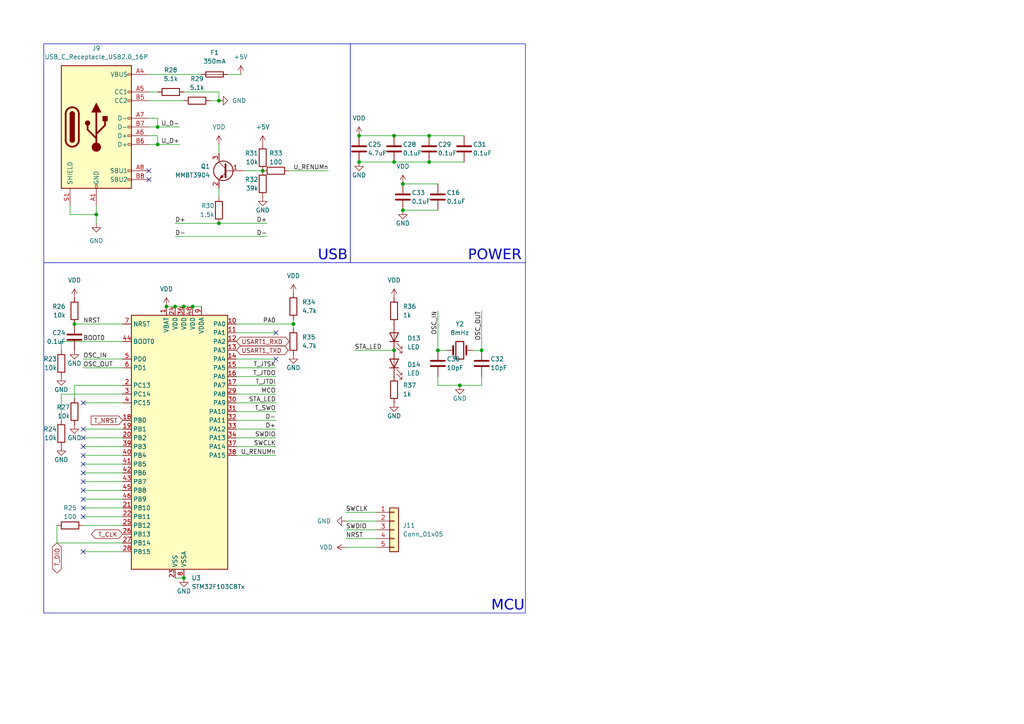
<source format=kicad_sch>
(kicad_sch (version 20231120) (generator "eeschema") (generator_version "8.0")
  (paper "A4")
  (title_block (title "ST-LINK") (date "2024-07-11") (company "yukuyuku4123"))
  (lib_symbols
    (symbol "Connector:USB_C_Receptacle_USB2.0_16P" (pin_names (offset 1.016))
      (property "Reference" "J" (at 0 22.225 0))
      (property "Value" "USB_C_Receptacle_USB2.0_16P" (at 0 19.685 0))
      (symbol "USB_C_Receptacle_USB2.0_16P_0_0"
        (rectangle (start -0.254 -17.78) (end 0.254 -16.764))
        (rectangle (start 10.16 -14.986) (end 9.144 -15.494))
        (rectangle (start 10.16 -12.446) (end 9.144 -12.954))
        (rectangle (start 10.16 -4.826) (end 9.144 -5.334))
        (rectangle (start 10.16 -2.286) (end 9.144 -2.794))
        (rectangle (start 10.16 0.254) (end 9.144 -0.254))
        (rectangle (start 10.16 2.794) (end 9.144 2.286))
        (rectangle (start 10.16 7.874) (end 9.144 7.366))
        (rectangle (start 10.16 10.414) (end 9.144 9.906))
        (rectangle (start 10.16 15.494) (end 9.144 14.986))
      )
      (symbol "USB_C_Receptacle_USB2.0_16P_0_1"
        (rectangle (start -10.16 17.78) (end 10.16 -17.78) (stroke (width 0.254)) (fill (type background)))
        (arc (start -8.89 -3.81) (mid -6.985 -5.7067) (end -5.08 -3.81) (stroke (width 0.508)))
        (arc (start -7.62 -3.81) (mid -6.985 -4.4423) (end -6.35 -3.81) (stroke (width 0.254)))
        (arc (start -7.62 -3.81) (mid -6.985 -4.4423) (end -6.35 -3.81) (stroke (width 0.254)) (fill (type outline)))
        (rectangle (start -7.62 -3.81) (end -6.35 3.81) (stroke (width 0.254)) (fill (type outline)))
        (arc (start -6.35 3.81) (mid -6.985 4.4423) (end -7.62 3.81) (stroke (width 0.254)))
        (arc (start -6.35 3.81) (mid -6.985 4.4423) (end -7.62 3.81) (stroke (width 0.254)) (fill (type outline)))
        (arc (start -5.08 3.81) (mid -6.985 5.7067) (end -8.89 3.81) (stroke (width 0.508)))
        (circle (center -2.54 1.143) (radius 0.635) (stroke (width 0.254)) (fill (type outline)))
        (circle (center 0 -5.842) (radius 1.27) (fill (type outline)))
        (polyline (pts (xy -8.89 -3.81) (xy -8.89 3.81)) (stroke (width 0.508)))
        (polyline (pts (xy -5.08 3.81) (xy -5.08 -3.81)) (stroke (width 0.508)))
        (polyline (pts (xy 0 -5.842) (xy 0 4.318)) (stroke (width 0.508)))
        (polyline (pts (xy 0 -3.302) (xy -2.54 -0.762) (xy -2.54 0.508)) (stroke (width 0.508)))
        (polyline (pts (xy 0 -2.032) (xy 2.54 0.508) (xy 2.54 1.778)) (stroke (width 0.508)))
        (polyline (pts (xy -1.27 4.318) (xy 0 6.858) (xy 1.27 4.318) (xy -1.27 4.318)) (stroke (width 0.254)) (fill (type outline)))
        (rectangle (start 1.905 1.778) (end 3.175 3.048) (stroke (width 0.254)) (fill (type outline)))
      )
      (symbol "USB_C_Receptacle_USB2.0_16P_1_1"
        (pin passive line (at 0 -22.86 90) (length 5.08) (name "GND") (number "A1"))
        (pin passive line (at 0 -22.86 90) (length 5.08) hide (name "GND") (number "A12"))
        (pin passive line (at 15.24 15.24 180) (length 5.08) (name "VBUS") (number "A4"))
        (pin bidirectional line (at 15.24 10.16 180) (length 5.08) (name "CC1") (number "A5"))
        (pin bidirectional line (at 15.24 -2.54 180) (length 5.08) (name "D+") (number "A6"))
        (pin bidirectional line (at 15.24 2.54 180) (length 5.08) (name "D-") (number "A7"))
        (pin bidirectional line (at 15.24 -12.7 180) (length 5.08) (name "SBU1") (number "A8"))
        (pin passive line (at 15.24 15.24 180) (length 5.08) hide (name "VBUS") (number "A9"))
        (pin passive line (at 0 -22.86 90) (length 5.08) hide (name "GND") (number "B1"))
        (pin passive line (at 0 -22.86 90) (length 5.08) hide (name "GND") (number "B12"))
        (pin passive line (at 15.24 15.24 180) (length 5.08) hide (name "VBUS") (number "B4"))
        (pin bidirectional line (at 15.24 7.62 180) (length 5.08) (name "CC2") (number "B5"))
        (pin bidirectional line (at 15.24 -5.08 180) (length 5.08) (name "D+") (number "B6"))
        (pin bidirectional line (at 15.24 0 180) (length 5.08) (name "D-") (number "B7"))
        (pin bidirectional line (at 15.24 -15.24 180) (length 5.08) (name "SBU2") (number "B8"))
        (pin passive line (at 15.24 15.24 180) (length 5.08) hide (name "VBUS") (number "B9"))
        (pin passive line (at -7.62 -22.86 90) (length 5.08) (name "SHIELD") (number "S1"))
      )
    )
    (symbol "Connector_Generic:Conn_01x05" (pin_names (offset 1.016) hide)
      (property "Reference" "J" (at 0 7.62 0))
      (property "Value" "Conn_01x05" (at 0 -7.62 0))
      (symbol "Conn_01x05_1_1"
        (rectangle (start -1.27 -4.953) (end 0 -5.207) (stroke (width 0.1524)))
        (rectangle (start -1.27 -2.413) (end 0 -2.667) (stroke (width 0.1524)))
        (rectangle (start -1.27 0.127) (end 0 -0.127) (stroke (width 0.1524)))
        (rectangle (start -1.27 2.667) (end 0 2.413) (stroke (width 0.1524)))
        (rectangle (start -1.27 5.207) (end 0 4.953) (stroke (width 0.1524)))
        (rectangle (start -1.27 6.35) (end 1.27 -6.35) (stroke (width 0.254)) (fill (type background)))
        (pin passive line (at -5.08 5.08 0) (length 3.81) (name "Pin_1") (number "1"))
        (pin passive line (at -5.08 2.54 0) (length 3.81) (name "Pin_2") (number "2"))
        (pin passive line (at -5.08 0 0) (length 3.81) (name "Pin_3") (number "3"))
        (pin passive line (at -5.08 -2.54 0) (length 3.81) (name "Pin_4") (number "4"))
        (pin passive line (at -5.08 -5.08 0) (length 3.81) (name "Pin_5") (number "5"))
      )
    )
    (symbol "Device:C" (pin_numbers hide) (pin_names (offset 0.254))
      (property "Reference" "C" (at 0.635 2.54 0))
      (property "Value" "C" (at 0.635 -2.54 0))
      (symbol "C_0_1"
        (polyline (pts (xy -2.032 -0.762) (xy 2.032 -0.762)) (stroke (width 0.508)))
        (polyline (pts (xy -2.032 0.762) (xy 2.032 0.762)) (stroke (width 0.508)))
      )
      (symbol "C_1_1"
        (pin passive line (at 0 3.81 270) (length 2.794) (name "~") (number "1"))
        (pin passive line (at 0 -3.81 90) (length 2.794) (name "~") (number "2"))
      )
    )
    (symbol "Device:Crystal" (pin_numbers hide) (pin_names (offset 1.016) hide)
      (property "Reference" "Y" (at 0 3.81 0))
      (property "Value" "Crystal" (at 0 -3.81 0))
      (symbol "Crystal_0_1"
        (rectangle (start -1.143 2.54) (end 1.143 -2.54) (stroke (width 0.3048)))
        (polyline (pts (xy -2.54 0) (xy -1.905 0)))
        (polyline (pts (xy -1.905 -1.27) (xy -1.905 1.27)) (stroke (width 0.508)))
        (polyline (pts (xy 1.905 -1.27) (xy 1.905 1.27)) (stroke (width 0.508)))
        (polyline (pts (xy 2.54 0) (xy 1.905 0)))
      )
      (symbol "Crystal_1_1"
        (pin passive line (at -3.81 0 0) (length 1.27) (name "1") (number "1"))
        (pin passive line (at 3.81 0 180) (length 1.27) (name "2") (number "2"))
      )
    )
    (symbol "Device:Fuse" (pin_numbers hide) (pin_names (offset 0))
      (property "Reference" "F" (at 2.032 0 90))
      (property "Value" "Fuse" (at -1.905 0 90))
      (symbol "Fuse_0_1"
        (rectangle (start -0.762 -2.54) (end 0.762 2.54) (stroke (width 0.254)))
        (polyline (pts (xy 0 2.54) (xy 0 -2.54)))
      )
      (symbol "Fuse_1_1"
        (pin passive line (at 0 3.81 270) (length 1.27) (name "~") (number "1"))
        (pin passive line (at 0 -3.81 90) (length 1.27) (name "~") (number "2"))
      )
    )
    (symbol "Device:LED" (pin_numbers hide) (pin_names (offset 1.016) hide)
      (property "Reference" "D" (at 0 2.54 0))
      (property "Value" "LED" (at 0 -2.54 0))
      (symbol "LED_0_1"
        (polyline (pts (xy -1.27 -1.27) (xy -1.27 1.27)) (stroke (width 0.254)))
        (polyline (pts (xy -1.27 0) (xy 1.27 0)))
        (polyline (pts (xy 1.27 -1.27) (xy 1.27 1.27) (xy -1.27 0) (xy 1.27 -1.27)) (stroke (width 0.254)))
        (polyline (pts (xy -3.048 -0.762) (xy -4.572 -2.286) (xy -3.81 -2.286) (xy -4.572 -2.286) (xy -4.572 -1.524)))
        (polyline (pts (xy -1.778 -0.762) (xy -3.302 -2.286) (xy -2.54 -2.286) (xy -3.302 -2.286) (xy -3.302 -1.524)))
      )
      (symbol "LED_1_1"
        (pin passive line (at -3.81 0 0) (length 2.54) (name "K") (number "1"))
        (pin passive line (at 3.81 0 180) (length 2.54) (name "A") (number "2"))
      )
    )
    (symbol "Device:R" (pin_numbers hide) (pin_names (offset 0))
      (property "Reference" "R" (at 2.032 0 90))
      (property "Value" "R" (at 0 0 90))
      (symbol "R_0_1"
        (rectangle (start -1.016 -2.54) (end 1.016 2.54) (stroke (width 0.254)))
      )
      (symbol "R_1_1"
        (pin passive line (at 0 3.81 270) (length 1.27) (name "~") (number "1"))
        (pin passive line (at 0 -3.81 90) (length 1.27) (name "~") (number "2"))
      )
    )
    (symbol "MCU_ST_STM32F1:STM32F103CBTx"
      (property "Reference" "U" (at -12.7 39.37 0))
      (property "Value" "STM32F103CBTx" (at 10.16 39.37 0))
      (symbol "STM32F103CBTx_0_1"
        (rectangle (start -12.7 -35.56) (end 15.24 38.1) (stroke (width 0.254)) (fill (type background)))
      )
      (symbol "STM32F103CBTx_1_1"
        (pin power_in line (at -2.54 40.64 270) (length 2.54) (name "VBAT") (number "1"))
        (pin bidirectional line (at 17.78 35.56 180) (length 2.54) (name "PA0") (number "10"))
        (pin bidirectional line (at 17.78 33.02 180) (length 2.54) (name "PA1") (number "11"))
        (pin bidirectional line (at 17.78 30.48 180) (length 2.54) (name "PA2") (number "12"))
        (pin bidirectional line (at 17.78 27.94 180) (length 2.54) (name "PA3") (number "13"))
        (pin bidirectional line (at 17.78 25.4 180) (length 2.54) (name "PA4") (number "14"))
        (pin bidirectional line (at 17.78 22.86 180) (length 2.54) (name "PA5") (number "15"))
        (pin bidirectional line (at 17.78 20.32 180) (length 2.54) (name "PA6") (number "16"))
        (pin bidirectional line (at 17.78 17.78 180) (length 2.54) (name "PA7") (number "17"))
        (pin bidirectional line (at -15.24 7.62 0) (length 2.54) (name "PB0") (number "18"))
        (pin bidirectional line (at -15.24 5.08 0) (length 2.54) (name "PB1") (number "19"))
        (pin bidirectional line (at -15.24 17.78 0) (length 2.54) (name "PC13") (number "2"))
        (pin bidirectional line (at -15.24 2.54 0) (length 2.54) (name "PB2") (number "20"))
        (pin bidirectional line (at -15.24 -17.78 0) (length 2.54) (name "PB10") (number "21"))
        (pin bidirectional line (at -15.24 -20.32 0) (length 2.54) (name "PB11") (number "22"))
        (pin power_in line (at 0 -38.1 90) (length 2.54) (name "VSS") (number "23"))
        (pin power_in line (at 0 40.64 270) (length 2.54) (name "VDD") (number "24"))
        (pin bidirectional line (at -15.24 -22.86 0) (length 2.54) (name "PB12") (number "25"))
        (pin bidirectional line (at -15.24 -25.4 0) (length 2.54) (name "PB13") (number "26"))
        (pin bidirectional line (at -15.24 -27.94 0) (length 2.54) (name "PB14") (number "27"))
        (pin bidirectional line (at -15.24 -30.48 0) (length 2.54) (name "PB15") (number "28"))
        (pin bidirectional line (at 17.78 15.24 180) (length 2.54) (name "PA8") (number "29"))
        (pin bidirectional line (at -15.24 15.24 0) (length 2.54) (name "PC14") (number "3"))
        (pin bidirectional line (at 17.78 12.7 180) (length 2.54) (name "PA9") (number "30"))
        (pin bidirectional line (at 17.78 10.16 180) (length 2.54) (name "PA10") (number "31"))
        (pin bidirectional line (at 17.78 7.62 180) (length 2.54) (name "PA11") (number "32"))
        (pin bidirectional line (at 17.78 5.08 180) (length 2.54) (name "PA12") (number "33"))
        (pin bidirectional line (at 17.78 2.54 180) (length 2.54) (name "PA13") (number "34"))
        (pin passive line (at 0 -38.1 90) (length 2.54) hide (name "VSS") (number "35"))
        (pin power_in line (at 2.54 40.64 270) (length 2.54) (name "VDD") (number "36"))
        (pin bidirectional line (at 17.78 0 180) (length 2.54) (name "PA14") (number "37"))
        (pin bidirectional line (at 17.78 -2.54 180) (length 2.54) (name "PA15") (number "38"))
        (pin bidirectional line (at -15.24 0 0) (length 2.54) (name "PB3") (number "39"))
        (pin bidirectional line (at -15.24 12.7 0) (length 2.54) (name "PC15") (number "4"))
        (pin bidirectional line (at -15.24 -2.54 0) (length 2.54) (name "PB4") (number "40"))
        (pin bidirectional line (at -15.24 -5.08 0) (length 2.54) (name "PB5") (number "41"))
        (pin bidirectional line (at -15.24 -7.62 0) (length 2.54) (name "PB6") (number "42"))
        (pin bidirectional line (at -15.24 -10.16 0) (length 2.54) (name "PB7") (number "43"))
        (pin input line (at -15.24 30.48 0) (length 2.54) (name "BOOT0") (number "44"))
        (pin bidirectional line (at -15.24 -12.7 0) (length 2.54) (name "PB8") (number "45"))
        (pin bidirectional line (at -15.24 -15.24 0) (length 2.54) (name "PB9") (number "46"))
        (pin passive line (at 0 -38.1 90) (length 2.54) hide (name "VSS") (number "47"))
        (pin power_in line (at 5.08 40.64 270) (length 2.54) (name "VDD") (number "48"))
        (pin bidirectional line (at -15.24 25.4 0) (length 2.54) (name "PD0") (number "5"))
        (pin bidirectional line (at -15.24 22.86 0) (length 2.54) (name "PD1") (number "6"))
        (pin input line (at -15.24 35.56 0) (length 2.54) (name "NRST") (number "7"))
        (pin power_in line (at 2.54 -38.1 90) (length 2.54) (name "VSSA") (number "8"))
        (pin power_in line (at 7.62 40.64 270) (length 2.54) (name "VDDA") (number "9"))
      )
    )
    (symbol "Transistor_BJT:MMBT3904" (pin_names (offset 0) hide)
      (property "Reference" "Q" (at 5.08 1.905 0))
      (property "Value" "MMBT3904" (at 5.08 0 0))
      (symbol "MMBT3904_0_1"
        (polyline (pts (xy 0.635 0.635) (xy 2.54 2.54)))
        (polyline (pts (xy 0.635 -0.635) (xy 2.54 -2.54) (xy 2.54 -2.54)))
        (polyline (pts (xy 0.635 1.905) (xy 0.635 -1.905) (xy 0.635 -1.905)) (stroke (width 0.508)))
        (polyline (pts (xy 1.27 -1.778) (xy 1.778 -1.27) (xy 2.286 -2.286) (xy 1.27 -1.778) (xy 1.27 -1.778)) (fill (type outline)))
        (circle (center 1.27 0) (radius 2.8194) (stroke (width 0.254)))
      )
      (symbol "MMBT3904_1_1"
        (pin input line (at -5.08 0 0) (length 5.715) (name "B") (number "1"))
        (pin passive line (at 2.54 -5.08 90) (length 2.54) (name "E") (number "2"))
        (pin passive line (at 2.54 5.08 270) (length 2.54) (name "C") (number "3"))
      )
    )
    (symbol "power:+5V" (power) (pin_numbers hide) (pin_names (offset 0) hide)
      (property "Value" "+5V" (at 0 3.556 0))
      (symbol "+5V_0_1"
        (polyline (pts (xy -0.762 1.27) (xy 0 2.54)))
        (polyline (pts (xy 0 0) (xy 0 2.54)))
        (polyline (pts (xy 0 2.54) (xy 0.762 1.27)))
      )
      (symbol "+5V_1_1"
        (pin power_in line (at 0 0 90) (length 0) (name "~") (number "1"))
      )
    )
    (symbol "power:GND" (power) (pin_numbers hide) (pin_names (offset 0) hide)
      (property "Value" "GND" (at 0 -3.81 0))
      (symbol "GND_0_1"
        (polyline (pts (xy 0 0) (xy 0 -1.27) (xy 1.27 -1.27) (xy 0 -2.54) (xy -1.27 -1.27) (xy 0 -1.27)))
      )
      (symbol "GND_1_1"
        (pin power_in line (at 0 0 270) (length 0) (name "~") (number "1"))
      )
    )
    (symbol "power:VDD" (power) (pin_numbers hide) (pin_names (offset 0) hide)
      (property "Value" "VDD" (at 0 3.556 0))
      (symbol "VDD_0_1"
        (polyline (pts (xy -0.762 1.27) (xy 0 2.54)))
        (polyline (pts (xy 0 0) (xy 0 2.54)))
        (polyline (pts (xy 0 2.54) (xy 0.762 1.27)))
      )
      (symbol "VDD_1_1"
        (pin power_in line (at 0 0 90) (length 0) (name "~") (number "1"))
      )
    )
  )
  (junction (at 27.94 62.23))
  (junction (at 45.72 36.83))
  (junction (at 116.84 53.34))
  (junction (at 114.3 39.37))
  (junction (at 104.14 46.99))
  (junction (at 116.84 60.96))
  (junction (at 133.35 111.76))
  (junction (at 50.8 88.9))
  (junction (at 55.88 88.9))
  (junction (at 124.46 46.99))
  (junction (at 45.72 41.91))
  (junction (at 48.26 88.9))
  (junction (at 114.3 101.6))
  (junction (at 63.5 64.77))
  (junction (at 85.09 93.98))
  (junction (at 104.14 39.37))
  (junction (at 127 101.6))
  (junction (at 114.3 46.99))
  (junction (at 21.59 93.98))
  (junction (at 124.46 39.37))
  (junction (at 63.5 29.21))
  (junction (at 76.2 49.53))
  (junction (at 53.34 167.64))
  (junction (at 53.34 88.9))
  (junction (at 139.7 101.6))
  (no_connect (at 43.18 49.53))
  (no_connect (at 24.13 142.24))
  (no_connect (at 80.01 96.52))
  (no_connect (at 24.13 147.32))
  (no_connect (at 43.18 52.07))
  (no_connect (at 24.13 160.02))
  (no_connect (at 24.13 132.08))
  (no_connect (at 24.13 149.86))
  (no_connect (at 24.13 139.7))
  (no_connect (at 24.13 116.84))
  (no_connect (at 24.13 129.54))
  (no_connect (at 24.13 144.78))
  (no_connect (at 24.13 124.46))
  (no_connect (at 24.13 127))
  (no_connect (at 24.13 134.62))
  (no_connect (at 80.01 104.14))
  (no_connect (at 24.13 137.16))
  (wire (pts (xy 60.96 29.21) (xy 63.5 29.21)))
  (wire (pts (xy 114.3 46.99) (xy 124.46 46.99)))
  (wire (pts (xy 53.34 26.67) (xy 63.5 26.67)))
  (wire (pts (xy 104.14 46.99) (xy 114.3 46.99)))
  (wire (pts (xy 24.13 132.08) (xy 35.56 132.08)))
  (wire (pts (xy 100.33 153.67) (xy 109.22 153.67)))
  (wire (pts (xy 139.7 111.76) (xy 139.7 109.22)))
  (wire (pts (xy 68.58 124.46) (xy 80.01 124.46)))
  (wire (pts (xy 21.59 111.76) (xy 21.59 115.57)))
  (wire (pts (xy 124.46 46.99) (xy 134.62 46.99)))
  (wire (pts (xy 53.34 88.9) (xy 55.88 88.9)))
  (wire (pts (xy 24.13 106.68) (xy 35.56 106.68)))
  (wire (pts (xy 27.94 62.23) (xy 27.94 59.69)))
  (wire (pts (xy 100.33 151.13) (xy 109.22 151.13)))
  (wire (pts (xy 43.18 41.91) (xy 45.72 41.91)))
  (wire (pts (xy 85.09 93.98) (xy 85.09 95.25)))
  (wire (pts (xy 133.35 111.76) (xy 139.7 111.76)))
  (wire (pts (xy 116.84 60.96) (xy 127 60.96)))
  (wire (pts (xy 24.13 160.02) (xy 35.56 160.02)))
  (wire (pts (xy 63.5 26.67) (xy 63.5 29.21)))
  (wire (pts (xy 124.46 39.37) (xy 134.62 39.37)))
  (wire (pts (xy 24.13 104.14) (xy 35.56 104.14)))
  (wire (pts (xy 68.58 106.68) (xy 80.01 106.68)))
  (wire (pts (xy 66.04 21.59) (xy 69.85 21.59)))
  (wire (pts (xy 68.58 93.98) (xy 85.09 93.98)))
  (wire (pts (xy 127 109.22) (xy 127 111.76)))
  (wire (pts (xy 43.18 29.21) (xy 53.34 29.21)))
  (wire (pts (xy 17.78 114.3) (xy 35.56 114.3)))
  (wire (pts (xy 24.13 152.4) (xy 35.56 152.4)))
  (wire (pts (xy 43.18 36.83) (xy 45.72 36.83)))
  (wire (pts (xy 24.13 139.7) (xy 35.56 139.7)))
  (wire (pts (xy 68.58 121.92) (xy 80.01 121.92)))
  (wire (pts (xy 68.58 116.84) (xy 80.01 116.84)))
  (wire (pts (xy 20.32 59.69) (xy 20.32 62.23)))
  (wire (pts (xy 21.59 111.76) (xy 35.56 111.76)))
  (wire (pts (xy 63.5 41.91) (xy 63.5 44.45)))
  (wire (pts (xy 45.72 36.83) (xy 52.07 36.83)))
  (wire (pts (xy 27.94 62.23) (xy 27.94 64.77)))
  (wire (pts (xy 68.58 96.52) (xy 80.01 96.52)))
  (wire (pts (xy 114.3 39.37) (xy 124.46 39.37)))
  (wire (pts (xy 68.58 104.14) (xy 80.01 104.14)))
  (wire (pts (xy 68.58 111.76) (xy 80.01 111.76)))
  (wire (pts (xy 16.51 157.48) (xy 35.56 157.48)))
  (wire (pts (xy 68.58 129.54) (xy 80.01 129.54)))
  (wire (pts (xy 68.58 109.22) (xy 80.01 109.22)))
  (wire (pts (xy 24.13 124.46) (xy 35.56 124.46)))
  (wire (pts (xy 24.13 149.86) (xy 35.56 149.86)))
  (wire (pts (xy 85.09 92.71) (xy 85.09 93.98)))
  (wire (pts (xy 127 101.6) (xy 129.54 101.6)))
  (wire (pts (xy 24.13 129.54) (xy 35.56 129.54)))
  (wire (pts (xy 50.8 64.77) (xy 63.5 64.77)))
  (wire (pts (xy 17.78 114.3) (xy 17.78 121.92)))
  (wire (pts (xy 43.18 21.59) (xy 58.42 21.59)))
  (wire (pts (xy 63.5 54.61) (xy 63.5 57.15)))
  (wire (pts (xy 139.7 90.17) (xy 139.7 101.6)))
  (wire (pts (xy 21.59 93.98) (xy 35.56 93.98)))
  (wire (pts (xy 50.8 68.58) (xy 77.47 68.58)))
  (wire (pts (xy 24.13 144.78) (xy 35.56 144.78)))
  (wire (pts (xy 50.8 167.64) (xy 53.34 167.64)))
  (wire (pts (xy 68.58 132.08) (xy 80.01 132.08)))
  (wire (pts (xy 24.13 147.32) (xy 35.56 147.32)))
  (wire (pts (xy 137.16 101.6) (xy 139.7 101.6)))
  (wire (pts (xy 100.33 148.59) (xy 109.22 148.59)))
  (wire (pts (xy 24.13 134.62) (xy 35.56 134.62)))
  (wire (pts (xy 127 111.76) (xy 133.35 111.76)))
  (wire (pts (xy 24.13 127) (xy 35.56 127)))
  (wire (pts (xy 100.33 156.21) (xy 109.22 156.21)))
  (wire (pts (xy 116.84 53.34) (xy 127 53.34)))
  (wire (pts (xy 16.51 152.4) (xy 16.51 157.48)))
  (wire (pts (xy 45.72 39.37) (xy 45.72 41.91)))
  (wire (pts (xy 55.88 88.9) (xy 58.42 88.9)))
  (wire (pts (xy 50.8 88.9) (xy 53.34 88.9)))
  (wire (pts (xy 68.58 114.3) (xy 80.01 114.3)))
  (wire (pts (xy 63.5 64.77) (xy 77.47 64.77)))
  (wire (pts (xy 48.26 88.9) (xy 50.8 88.9)))
  (wire (pts (xy 102.87 101.6) (xy 114.3 101.6)))
  (wire (pts (xy 45.72 34.29) (xy 45.72 36.83)))
  (wire (pts (xy 43.18 39.37) (xy 45.72 39.37)))
  (wire (pts (xy 17.78 99.06) (xy 35.56 99.06)))
  (wire (pts (xy 68.58 127) (xy 80.01 127)))
  (wire (pts (xy 71.12 49.53) (xy 76.2 49.53)))
  (wire (pts (xy 83.82 49.53) (xy 95.25 49.53)))
  (wire (pts (xy 45.72 41.91) (xy 52.07 41.91)))
  (wire (pts (xy 68.58 119.38) (xy 80.01 119.38)))
  (wire (pts (xy 104.14 39.37) (xy 114.3 39.37)))
  (wire (pts (xy 20.32 62.23) (xy 27.94 62.23)))
  (wire (pts (xy 43.18 26.67) (xy 45.72 26.67)))
  (wire (pts (xy 24.13 116.84) (xy 35.56 116.84)))
  (wire (pts (xy 24.13 137.16) (xy 35.56 137.16)))
  (wire (pts (xy 127 90.17) (xy 127 101.6)))
  (wire (pts (xy 17.78 101.6) (xy 17.78 99.06)))
  (wire (pts (xy 100.33 158.75) (xy 109.22 158.75)))
  (wire (pts (xy 43.18 34.29) (xy 45.72 34.29)))
  (wire (pts (xy 24.13 142.24) (xy 35.56 142.24)))
  (rectangle (start 101.6 12.7) (end 152.4 76.2))
  (rectangle (start 12.7 12.7) (end 101.6 76.2))
  (rectangle (start 12.7 76.2) (end 152.4 177.8))
  (text "MCU" (at 147.32 176.53 0) (effects (font (size 3 3))))
  (text "POWER" (at 143.51 74.93 0) (effects (font (size 3 3))))
  (text "USB" (at 96.52 74.93 0) (effects (font (size 3 3))))
  (label "NRST" (at 24.13 93.98 0))
  (label "OSC_IN" (at 127 90.17 270))
  (label "D+" (at 80.01 124.46 180))
  (label "D-" (at 77.47 68.58 180))
  (label "SWCLK" (at 80.01 129.54 180))
  (label "BOOT0" (at 24.13 99.06 0))
  (label "U_D+" (at 52.07 41.91 180))
  (label "SWCLK" (at 100.33 148.59 0))
  (label "T_JTDI" (at 80.01 111.76 180))
  (label "OSC_OUT" (at 24.13 106.68 0))
  (label "STA_LED" (at 102.87 101.6 0))
  (label "U_D-" (at 52.07 36.83 180))
  (label "SWDIO" (at 100.33 153.67 0))
  (label "D-" (at 50.8 68.58 0))
  (label "SWDIO" (at 80.01 127 180))
  (label "MCO" (at 80.01 114.3 180))
  (label "NRST" (at 100.33 156.21 0))
  (label "D+" (at 50.8 64.77 0))
  (label "STA_LED" (at 80.01 116.84 180))
  (label "T_JTDO" (at 80.01 109.22 180))
  (label "OSC_IN" (at 24.13 104.14 0))
  (label "OSC_OUT" (at 139.7 90.17 270))
  (label "D+" (at 77.47 64.77 180))
  (label "T_JTSK" (at 80.01 106.68 180))
  (label "U_RENUMn" (at 95.25 49.53 180))
  (label "U_RENUMn" (at 80.01 132.08 180))
  (label "PA0" (at 80.01 93.98 180))
  (label "D-" (at 80.01 121.92 180))
  (label "T_SWO" (at 80.01 119.38 180))
  (global_label "T_CLK" (shape bidirectional) (at 35.56 154.94 180) (property "Intersheetrefs" "${INTERSHEET_REFS}" (effects (hide yes))))
  (global_label "T_DIO" (shape bidirectional) (at 16.51 157.48 270) (property "Intersheetrefs" "${INTERSHEET_REFS}" (effects (hide yes))))
  (global_label "USART1_RXD" (shape bidirectional) (at 68.58 99.06 0) (property "Intersheetrefs" "${INTERSHEET_REFS}" (effects (hide yes))))
  (global_label "T_NRST" (shape input) (at 35.56 121.92 180) (property "Intersheetrefs" "${INTERSHEET_REFS}" (effects (hide yes))))
  (global_label "USART1_TXD" (shape bidirectional) (at 68.58 101.6 0) (property "Intersheetrefs" "${INTERSHEET_REFS}" (effects (hide yes))))
  (symbol (lib_id "Device:LED") (at 114.3 97.79 90) (unit 1)
    (property "Reference" "D13" (at 118.11 98.1074 90) (effects (justify right)))
    (property "Value" "LED" (at 118.11 100.6474 90) (effects (justify right)))
    (property "Footprint" "LED_SMD:LED_0603_1608Metric" (effects (hide yes)))
    (property "Description" "Light emitting diode" (effects (hide yes)))
  )
  (symbol (lib_id "Device:Crystal") (at 133.35 101.6 0) (unit 1)
    (property "Reference" "Y2" (at 133.35 93.98 0))
    (property "Value" "8mHz" (at 133.35 96.52 0))
    (property "Footprint" "Crystal:Crystal_HC49-4H_Vertical" (effects (hide yes)))
    (property "Description" "Two pin crystal" (effects (hide yes)))
  )
  (symbol (lib_id "Device:R") (at 85.09 88.9 0) (unit 1)
    (property "Reference" "R34" (at 87.63 87.6299 0) (effects (justify left)))
    (property "Value" "4.7k" (at 87.63 90.1699 0) (effects (justify left)))
    (property "Footprint" "Resistor_SMD:R_0603_1608Metric" (effects (hide yes)))
    (property "Description" "Resistor" (effects (hide yes)))
  )
  (symbol (lib_id "Device:R") (at 21.59 119.38 0) (unit 1)
    (property "Reference" "R27" (at 20.32 118.11 0) (effects (justify right)))
    (property "Value" "10k" (at 20.32 120.65 0) (effects (justify right)))
    (property "Footprint" "Resistor_SMD:R_0603_1608Metric" (effects (hide yes)))
    (property "Description" "Resistor" (effects (hide yes)))
  )
  (symbol (lib_id "Device:R") (at 17.78 125.73 0) (unit 1)
    (property "Reference" "R24" (at 16.51 124.46 0) (effects (justify right)))
    (property "Value" "10k" (at 16.51 127 0) (effects (justify right)))
    (property "Footprint" "Resistor_SMD:R_0603_1608Metric" (effects (hide yes)))
    (property "Description" "Resistor" (effects (hide yes)))
  )
  (symbol (lib_id "Device:C") (at 124.46 43.18 0) (mirror y) (unit 1)
    (property "Reference" "C29" (at 127 41.91 0) (effects (justify right)))
    (property "Value" "0.1uF" (at 127 44.45 0) (effects (justify right)))
    (property "Footprint" "Capacitor_SMD:C_0402_1005Metric" (effects (hide yes)))
    (property "Description" "Unpolarized capacitor" (effects (hide yes)))
  )
  (symbol (lib_id "power:GND") (at 63.5 29.21 90) (unit 1)
    (property "Reference" "#PWR072" (effects (hide yes)))
    (property "Value" "GND" (at 67.31 29.2099 90) (effects (justify right)))
    (property "Description" "Power symbol creates a global label with name \"GND\" , ground" (effects (hide yes)))
  )
  (symbol (lib_id "power:VDD") (at 116.84 53.34 0) (unit 1)
    (property "Reference" "#PWR013" (effects (hide yes)))
    (property "Value" "VDD" (at 116.84 48.26 0))
    (property "Description" "Power symbol creates a global label with name \"VDD\"" (effects (hide yes)))
  )
  (symbol (lib_id "power:+5V") (at 76.2 41.91 0) (unit 1)
    (property "Reference" "#PWR075" (effects (hide yes)))
    (property "Value" "+5V" (at 76.2 36.83 0))
    (property "Description" "Power symbol creates a global label with name \"+5V\"" (effects (hide yes)))
  )
  (symbol (lib_id "Connector:USB_C_Receptacle_USB2.0_16P") (at 27.94 36.83 0) (unit 1)
    (property "Reference" "J9" (at 27.94 13.97 0))
    (property "Value" "USB_C_Receptacle_USB2.0_16P" (at 27.94 16.51 0))
    (property "Footprint" "Connector_USB:USB_C_Receptacle_GCT_USB4105-xx-A_16P_TopMnt_Horizontal" (effects (hide yes)))
    (property "Datasheet" "https://www.usb.org/sites/default/files/documents/usb_type-c.zip" (effects (hide yes)))
    (property "Description" "USB 2.0-only 16P Type-C Receptacle connector" (effects (hide yes)))
  )
  (symbol (lib_id "Transistor_BJT:MMBT3904") (at 66.04 49.53 0) (mirror y) (unit 1)
    (property "Reference" "Q1" (at 60.96 48.2599 0) (effects (justify left)))
    (property "Value" "MMBT3904" (at 60.96 50.7999 0) (effects (justify left)))
    (property "Footprint" "Package_TO_SOT_SMD:SOT-23" (effects (hide yes)))
    (property "Datasheet" "https://www.onsemi.com/pdf/datasheet/pzt3904-d.pdf" (effects (hide yes)))
    (property "Description" "0.2A Ic, 40V Vce, Small Signal NPN Transistor, SOT-23" (effects (hide yes)))
  )
  (symbol (lib_id "power:GND") (at 17.78 129.54 0) (unit 1)
    (property "Reference" "#PWR065" (effects (hide yes)))
    (property "Value" "GND" (at 17.78 133.35 0))
    (property "Description" "Power symbol creates a global label with name \"GND\" , ground" (effects (hide yes)))
  )
  (symbol (lib_id "Device:R") (at 114.3 90.17 0) (unit 1)
    (property "Reference" "R36" (at 116.84 88.8999 0) (effects (justify left)))
    (property "Value" "1k" (at 116.84 91.4399 0) (effects (justify left)))
    (property "Footprint" "Resistor_SMD:R_0603_1608Metric" (effects (hide yes)))
    (property "Description" "Resistor" (effects (hide yes)))
  )
  (symbol (lib_id "Device:R") (at 76.2 53.34 0) (unit 1)
    (property "Reference" "R32" (at 74.93 52.07 0) (effects (justify right)))
    (property "Value" "39k" (at 74.93 54.61 0) (effects (justify right)))
    (property "Footprint" "Resistor_SMD:R_0603_1608Metric" (effects (hide yes)))
    (property "Description" "Resistor" (effects (hide yes)))
  )
  (symbol (lib_id "power:VDD") (at 85.09 85.09 0) (unit 1)
    (property "Reference" "#PWR066" (effects (hide yes)))
    (property "Value" "VDD" (at 85.09 80.01 0))
    (property "Description" "Power symbol creates a global label with name \"VDD\"" (effects (hide yes)))
  )
  (symbol (lib_id "power:+5V") (at 69.85 21.59 0) (unit 1)
    (property "Reference" "#PWR074" (effects (hide yes)))
    (property "Value" "+5V" (at 69.85 16.51 0))
    (property "Description" "Power symbol creates a global label with name \"+5V\"" (effects (hide yes)))
  )
  (symbol (lib_id "Device:C") (at 104.14 43.18 0) (mirror y) (unit 1)
    (property "Reference" "C25" (at 106.68 41.91 0) (effects (justify right)))
    (property "Value" "4.7uF" (at 106.68 44.45 0) (effects (justify right)))
    (property "Footprint" "Capacitor_SMD:C_0603_1608Metric" (effects (hide yes)))
    (property "Description" "Unpolarized capacitor" (effects (hide yes)))
  )
  (symbol (lib_id "Device:R") (at 76.2 45.72 0) (unit 1)
    (property "Reference" "R31" (at 74.93 44.45 0) (effects (justify right)))
    (property "Value" "10k" (at 74.93 46.99 0) (effects (justify right)))
    (property "Footprint" "Resistor_SMD:R_0603_1608Metric" (effects (hide yes)))
    (property "Description" "Resistor" (effects (hide yes)))
  )
  (symbol (lib_id "power:VDD") (at 114.3 86.36 0) (unit 1)
    (property "Reference" "#PWR084" (effects (hide yes)))
    (property "Value" "VDD" (at 114.3 81.28 0))
    (property "Description" "Power symbol creates a global label with name \"VDD\"" (effects (hide yes)))
  )
  (symbol (lib_id "Device:C") (at 127 57.15 0) (mirror y) (unit 1)
    (property "Reference" "C16" (at 129.54 55.88 0) (effects (justify right)))
    (property "Value" "0.1uF" (at 129.54 58.42 0) (effects (justify right)))
    (property "Footprint" "Capacitor_SMD:C_0402_1005Metric" (effects (hide yes)))
    (property "Description" "Unpolarized capacitor" (effects (hide yes)))
  )
  (symbol (lib_id "Device:C") (at 139.7 105.41 0) (mirror y) (unit 1)
    (property "Reference" "C32" (at 142.24 104.14 0) (effects (justify right)))
    (property "Value" "10pF" (at 142.24 106.68 0) (effects (justify right)))
    (property "Footprint" "Capacitor_SMD:C_0402_1005Metric" (effects (hide yes)))
    (property "Description" "Unpolarized capacitor" (effects (hide yes)))
  )
  (symbol (lib_id "power:GND") (at 104.14 46.99 0) (unit 1)
    (property "Reference" "#PWR082" (effects (hide yes)))
    (property "Value" "GND" (at 104.14 50.8 0))
    (property "Description" "Power symbol creates a global label with name \"GND\" , ground" (effects (hide yes)))
  )
  (symbol (lib_id "power:GND") (at 133.35 111.76 0) (unit 1)
    (property "Reference" "#PWR089" (effects (hide yes)))
    (property "Value" "GND" (at 133.35 115.57 0))
    (property "Description" "Power symbol creates a global label with name \"GND\" , ground" (effects (hide yes)))
  )
  (symbol (lib_id "power:GND") (at 114.3 116.84 0) (unit 1)
    (property "Reference" "#PWR086" (effects (hide yes)))
    (property "Value" "GND" (at 114.3 120.65 0))
    (property "Description" "Power symbol creates a global label with name \"GND\" , ground" (effects (hide yes)))
  )
  (symbol (lib_id "power:GND") (at 116.84 60.96 0) (unit 1)
    (property "Reference" "#PWR014" (effects (hide yes)))
    (property "Value" "GND" (at 116.84 64.77 0))
    (property "Description" "Power symbol creates a global label with name \"GND\" , ground" (effects (hide yes)))
  )
  (symbol (lib_id "power:VDD") (at 21.59 86.36 0) (unit 1)
    (property "Reference" "#PWR077" (effects (hide yes)))
    (property "Value" "VDD" (at 21.59 81.28 0))
    (property "Description" "Power symbol creates a global label with name \"VDD\"" (effects (hide yes)))
  )
  (symbol (lib_id "Device:R") (at 17.78 105.41 0) (unit 1)
    (property "Reference" "R23" (at 16.51 104.14 0) (effects (justify right)))
    (property "Value" "10k" (at 16.51 106.68 0) (effects (justify right)))
    (property "Footprint" "Resistor_SMD:R_0603_1608Metric" (effects (hide yes)))
    (property "Description" "Resistor" (effects (hide yes)))
  )
  (symbol (lib_id "power:GND") (at 21.59 101.6 0) (unit 1)
    (property "Reference" "#PWR067" (effects (hide yes)))
    (property "Value" "GND" (at 21.59 105.41 0))
    (property "Description" "Power symbol creates a global label with name \"GND\" , ground" (effects (hide yes)))
  )
  (symbol (lib_id "power:VDD") (at 104.14 39.37 0) (unit 1)
    (property "Reference" "#PWR083" (effects (hide yes)))
    (property "Value" "VDD" (at 104.14 34.29 0))
    (property "Description" "Power symbol creates a global label with name \"VDD\"" (effects (hide yes)))
  )
  (symbol (lib_id "power:GND") (at 17.78 109.22 0) (unit 1)
    (property "Reference" "#PWR064" (effects (hide yes)))
    (property "Value" "GND" (at 17.78 113.03 0))
    (property "Description" "Power symbol creates a global label with name \"GND\" , ground" (effects (hide yes)))
  )
  (symbol (lib_id "Device:R") (at 114.3 113.03 0) (unit 1)
    (property "Reference" "R37" (at 116.84 111.7599 0) (effects (justify left)))
    (property "Value" "1k" (at 116.84 114.2999 0) (effects (justify left)))
    (property "Footprint" "Resistor_SMD:R_0603_1608Metric" (effects (hide yes)))
    (property "Description" "Resistor" (effects (hide yes)))
  )
  (symbol (lib_id "Device:R") (at 85.09 99.06 0) (unit 1)
    (property "Reference" "R35" (at 87.63 97.7899 0) (effects (justify left)))
    (property "Value" "4.7k" (at 87.63 100.3299 0) (effects (justify left)))
    (property "Footprint" "Resistor_SMD:R_0603_1608Metric" (effects (hide yes)))
    (property "Description" "Resistor" (effects (hide yes)))
  )
  (symbol (lib_id "power:GND") (at 53.34 167.64 0) (unit 1)
    (property "Reference" "#PWR071" (effects (hide yes)))
    (property "Value" "GND" (at 53.34 171.45 0))
    (property "Description" "Power symbol creates a global label with name \"GND\" , ground" (effects (hide yes)))
  )
  (symbol (lib_id "Device:R") (at 63.5 60.96 0) (unit 1)
    (property "Reference" "R30" (at 62.23 59.69 0) (effects (justify right)))
    (property "Value" "1.5k" (at 62.23 62.23 0) (effects (justify right)))
    (property "Footprint" "Resistor_SMD:R_0603_1608Metric" (effects (hide yes)))
    (property "Description" "Resistor" (effects (hide yes)))
  )
  (symbol (lib_id "Device:LED") (at 114.3 105.41 90) (unit 1)
    (property "Reference" "D14" (at 118.11 105.7274 90) (effects (justify right)))
    (property "Value" "LED" (at 118.11 108.2674 90) (effects (justify right)))
    (property "Footprint" "LED_SMD:LED_0603_1608Metric" (effects (hide yes)))
    (property "Description" "Light emitting diode" (effects (hide yes)))
  )
  (symbol (lib_id "Device:R") (at 57.15 29.21 270) (unit 1)
    (property "Reference" "R29" (at 57.15 22.86 90))
    (property "Value" "5.1k" (at 57.15 25.4 90))
    (property "Footprint" "Resistor_SMD:R_0603_1608Metric" (effects (hide yes)))
    (property "Description" "Resistor" (effects (hide yes)))
  )
  (symbol (lib_id "Device:C") (at 21.59 97.79 0) (unit 1)
    (property "Reference" "C24" (at 19.05 96.52 0) (effects (justify right)))
    (property "Value" "0.1uF" (at 19.05 99.06 0) (effects (justify right)))
    (property "Footprint" "Capacitor_SMD:C_0402_1005Metric" (effects (hide yes)))
    (property "Description" "Unpolarized capacitor" (effects (hide yes)))
  )
  (symbol (lib_id "Device:R") (at 20.32 152.4 90) (unit 1)
    (property "Reference" "R25" (at 20.32 147.32 90))
    (property "Value" "100" (at 20.32 149.86 90))
    (property "Footprint" "Resistor_SMD:R_0603_1608Metric" (effects (hide yes)))
  )
  (symbol (lib_id "power:GND") (at 76.2 57.15 0) (unit 1)
    (property "Reference" "#PWR076" (effects (hide yes)))
    (property "Value" "GND" (at 76.2 60.96 0))
    (property "Description" "Power symbol creates a global label with name \"GND\" , ground" (effects (hide yes)))
  )
  (symbol (lib_id "Device:C") (at 116.84 57.15 0) (mirror y) (unit 1)
    (property "Reference" "C33" (at 119.38 55.88 0) (effects (justify right)))
    (property "Value" "0.1uF" (at 119.38 58.42 0) (effects (justify right)))
    (property "Footprint" "Capacitor_SMD:C_0402_1005Metric" (effects (hide yes)))
    (property "Description" "Unpolarized capacitor" (effects (hide yes)))
  )
  (symbol (lib_id "Device:C") (at 114.3 43.18 0) (mirror y) (unit 1)
    (property "Reference" "C28" (at 116.84 41.91 0) (effects (justify right)))
    (property "Value" "0.1uF" (at 116.84 44.45 0) (effects (justify right)))
    (property "Footprint" "Capacitor_SMD:C_0402_1005Metric" (effects (hide yes)))
    (property "Description" "Unpolarized capacitor" (effects (hide yes)))
  )
  (symbol (lib_id "Device:C") (at 127 105.41 0) (mirror y) (unit 1)
    (property "Reference" "C30" (at 129.54 104.14 0) (effects (justify right)))
    (property "Value" "10pF" (at 129.54 106.68 0) (effects (justify right)))
    (property "Footprint" "Capacitor_SMD:C_0402_1005Metric" (effects (hide yes)))
    (property "Description" "Unpolarized capacitor" (effects (hide yes)))
  )
  (symbol (lib_id "power:GND") (at 85.09 102.87 0) (unit 1)
    (property "Reference" "#PWR078" (effects (hide yes)))
    (property "Value" "GND" (at 85.09 106.68 0))
    (property "Description" "Power symbol creates a global label with name \"GND\" , ground" (effects (hide yes)))
  )
  (symbol (lib_id "power:GND") (at 27.94 64.77 0) (unit 1)
    (property "Reference" "#PWR069" (effects (hide yes)))
    (property "Value" "GND" (at 27.94 69.85 0))
    (property "Description" "Power symbol creates a global label with name \"GND\" , ground" (effects (hide yes)))
  )
  (symbol (lib_id "power:GND") (at 100.33 151.13 270) (unit 1)
    (property "Reference" "#PWR079" (effects (hide yes)))
    (property "Value" "GND" (at 93.98 151.13 90))
    (property "Description" "Power symbol creates a global label with name \"GND\" , ground" (effects (hide yes)))
  )
  (symbol (lib_id "Device:R") (at 80.01 49.53 90) (unit 1)
    (property "Reference" "R33" (at 80.01 44.45 90))
    (property "Value" "100" (at 80.01 46.99 90))
    (property "Footprint" "Resistor_SMD:R_0603_1608Metric" (effects (hide yes)))
  )
  (symbol (lib_id "Device:R") (at 21.59 90.17 0) (unit 1)
    (property "Reference" "R26" (at 19.05 88.8999 0) (effects (justify right)))
    (property "Value" "10k" (at 19.05 91.4399 0) (effects (justify right)))
    (property "Footprint" "Resistor_SMD:R_0603_1608Metric" (effects (hide yes)))
    (property "Description" "Resistor" (effects (hide yes)))
  )
  (symbol (lib_id "power:GND") (at 21.59 123.19 0) (unit 1)
    (property "Reference" "#PWR068" (effects (hide yes)))
    (property "Value" "GND" (at 21.59 127 0))
    (property "Description" "Power symbol creates a global label with name \"GND\" , ground" (effects (hide yes)))
  )
  (symbol (lib_id "Device:R") (at 49.53 26.67 270) (unit 1)
    (property "Reference" "R28" (at 49.53 20.32 90))
    (property "Value" "5.1k" (at 49.53 22.86 90))
    (property "Footprint" "Resistor_SMD:R_0603_1608Metric" (effects (hide yes)))
    (property "Description" "Resistor" (effects (hide yes)))
  )
  (symbol (lib_id "Device:C") (at 134.62 43.18 0) (mirror y) (unit 1)
    (property "Reference" "C31" (at 137.16 41.91 0) (effects (justify right)))
    (property "Value" "0.1uF" (at 137.16 44.45 0) (effects (justify right)))
    (property "Footprint" "Capacitor_SMD:C_0402_1005Metric" (effects (hide yes)))
    (property "Description" "Unpolarized capacitor" (effects (hide yes)))
  )
  (symbol (lib_id "power:VDD") (at 100.33 158.75 90) (unit 1)
    (property "Reference" "#PWR080" (effects (hide yes)))
    (property "Value" "VDD" (at 96.52 158.7499 90) (effects (justify left)))
    (property "Description" "Power symbol creates a global label with name \"VDD\"" (effects (hide yes)))
  )
  (symbol (lib_id "power:VDD") (at 48.26 88.9 0) (unit 1)
    (property "Reference" "#PWR070" (effects (hide yes)))
    (property "Value" "VDD" (at 48.26 83.82 0))
    (property "Description" "Power symbol creates a global label with name \"VDD\"" (effects (hide yes)))
  )
  (symbol (lib_id "MCU_ST_STM32F1:STM32F103CBTx") (at 50.8 129.54 0) (unit 1)
    (property "Reference" "U3" (at 55.5341 167.64 0) (effects (justify left)))
    (property "Value" "STM32F103CBTx" (at 55.5341 170.18 0) (effects (justify left)))
    (property "Footprint" "Package_QFP:LQFP-48_7x7mm_P0.5mm" (effects (hide yes)))
    (property "Datasheet" "https://www.st.com/resource/en/datasheet/stm32f103cb.pdf" (effects (hide yes)))
    (property "Description" "STMicroelectronics Arm Cortex-M3 MCU, 128KB flash, 20KB RAM, 72 MHz, 2.0-3.6V, 37 GPIO, LQFP48" (effects (hide yes)))
  )
  (symbol (lib_id "Connector_Generic:Conn_01x05") (at 114.3 153.67 0) (unit 1)
    (property "Reference" "J11" (at 116.84 152.3999 0) (effects (justify left)))
    (property "Value" "Conn_01x05" (at 116.84 154.9399 0) (effects (justify left)))
    (property "Footprint" "Connector_PinHeader_2.54mm:PinHeader_1x05_P2.54mm_Vertical" (effects (hide yes)))
    (property "Description" "Generic connector, single row, 01x05, script generated (kicad-library-utils/schlib/autogen/connector/)" (effects (hide yes)))
  )
  (symbol (lib_id "Device:Fuse") (at 62.23 21.59 90) (unit 1)
    (property "Reference" "F1" (at 62.23 15.24 90))
    (property "Value" "350mA" (at 62.23 17.78 90))
    (property "Footprint" "Fuse:Fuse_0402_1005Metric" (effects (hide yes)))
    (property "Description" "Fuse" (effects (hide yes)))
  )
  (symbol (lib_id "power:VDD") (at 63.5 41.91 0) (unit 1)
    (property "Reference" "#PWR073" (effects (hide yes)))
    (property "Value" "VDD" (at 63.5 36.83 0))
    (property "Description" "Power symbol creates a global label with name \"VDD\"" (effects (hide yes)))
  )
)
</source>
